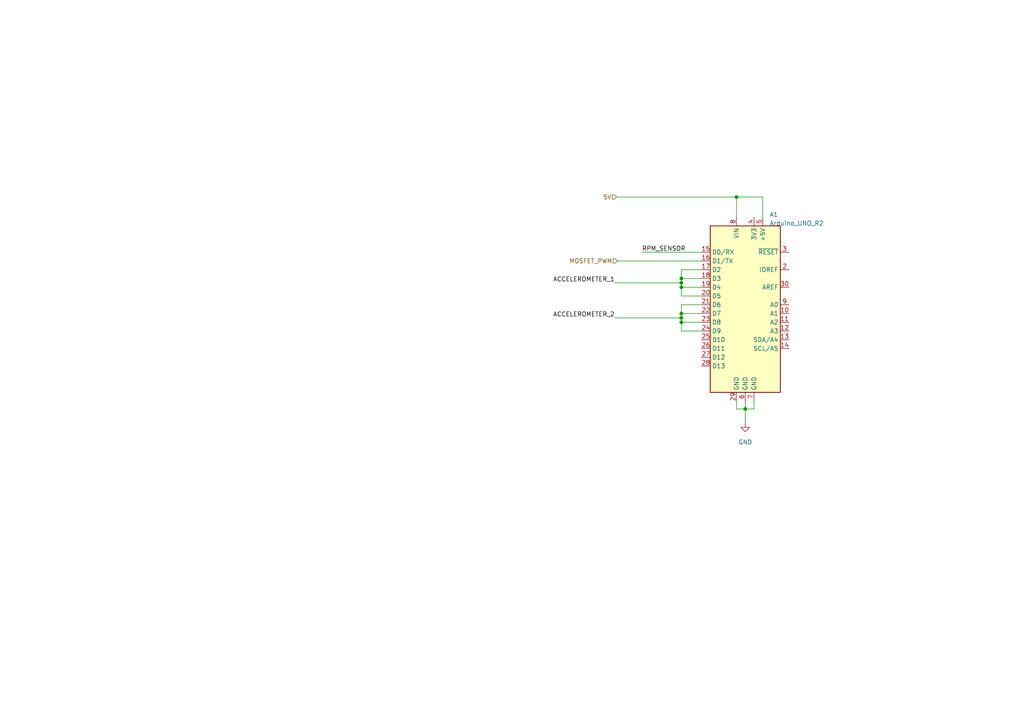
<source format=kicad_sch>
(kicad_sch (version 20230121) (generator eeschema)
  (paper "A4")
  (title_block (date "2024-05-26") (rev "1") (company "Wydział Samochodów i Maszyn Roboczych") (comment 1 "Mateusz Klisiewicz"))
  (lib_symbols
    (symbol "MCU_Module:Arduino_UNO_R2"
      (property "Reference" "A" (at -10.16 23.495 0))
      (property "Value" "Arduino_UNO_R2" (at 5.08 -26.67 0))
      (symbol "Arduino_UNO_R2_0_1"
        (rectangle (start -10.16 22.86) (end 10.16 -25.4) (stroke (width 0.254)) (fill (type background)))
      )
      (symbol "Arduino_UNO_R2_1_1"
        (pin no_connect line (at -10.16 -20.32 0) (length 2.54) hide (name "NC") (number "1"))
        (pin bidirectional line (at 12.7 -2.54 180) (length 2.54) (name "A1") (number "10"))
        (pin bidirectional line (at 12.7 -5.08 180) (length 2.54) (name "A2") (number "11"))
        (pin bidirectional line (at 12.7 -7.62 180) (length 2.54) (name "A3") (number "12"))
        (pin bidirectional line (at 12.7 -10.16 180) (length 2.54) (name "SDA/A4") (number "13"))
        (pin bidirectional line (at 12.7 -12.7 180) (length 2.54) (name "SCL/A5") (number "14"))
        (pin bidirectional line (at -12.7 15.24 0) (length 2.54) (name "D0/RX") (number "15"))
        (pin bidirectional line (at -12.7 12.7 0) (length 2.54) (name "D1/TX") (number "16"))
        (pin bidirectional line (at -12.7 10.16 0) (length 2.54) (name "D2") (number "17"))
        (pin bidirectional line (at -12.7 7.62 0) (length 2.54) (name "D3") (number "18"))
        (pin bidirectional line (at -12.7 5.08 0) (length 2.54) (name "D4") (number "19"))
        (pin output line (at 12.7 10.16 180) (length 2.54) (name "IOREF") (number "2"))
        (pin bidirectional line (at -12.7 2.54 0) (length 2.54) (name "D5") (number "20"))
        (pin bidirectional line (at -12.7 0 0) (length 2.54) (name "D6") (number "21"))
        (pin bidirectional line (at -12.7 -2.54 0) (length 2.54) (name "D7") (number "22"))
        (pin bidirectional line (at -12.7 -5.08 0) (length 2.54) (name "D8") (number "23"))
        (pin bidirectional line (at -12.7 -7.62 0) (length 2.54) (name "D9") (number "24"))
        (pin bidirectional line (at -12.7 -10.16 0) (length 2.54) (name "D10") (number "25"))
        (pin bidirectional line (at -12.7 -12.7 0) (length 2.54) (name "D11") (number "26"))
        (pin bidirectional line (at -12.7 -15.24 0) (length 2.54) (name "D12") (number "27"))
        (pin bidirectional line (at -12.7 -17.78 0) (length 2.54) (name "D13") (number "28"))
        (pin power_in line (at -2.54 -27.94 90) (length 2.54) (name "GND") (number "29"))
        (pin input line (at 12.7 15.24 180) (length 2.54) (name "~{RESET}") (number "3"))
        (pin input line (at 12.7 5.08 180) (length 2.54) (name "AREF") (number "30"))
        (pin power_out line (at 2.54 25.4 270) (length 2.54) (name "3V3") (number "4"))
        (pin power_out line (at 5.08 25.4 270) (length 2.54) (name "+5V") (number "5"))
        (pin power_in line (at 0 -27.94 90) (length 2.54) (name "GND") (number "6"))
        (pin power_in line (at 2.54 -27.94 90) (length 2.54) (name "GND") (number "7"))
        (pin power_in line (at -2.54 25.4 270) (length 2.54) (name "VIN") (number "8"))
        (pin bidirectional line (at 12.7 0 180) (length 2.54) (name "A0") (number "9"))
      )
    )
    (symbol "power:GND" (power) (pin_names (offset 0))
      (property "Value" "GND" (at 0 -3.81 0))
      (symbol "GND_0_1"
        (polyline (pts (xy 0 0) (xy 0 -1.27) (xy 1.27 -1.27) (xy 0 -2.54) (xy -1.27 -1.27) (xy 0 -1.27)))
      )
      (symbol "GND_1_1"
        (pin power_in line (at 0 0 270) (length 0) hide (name "GND") (number "1"))
      )
    )
  )
  (junction (at 197.612 80.772))
  (junction (at 197.612 83.312))
  (junction (at 197.612 93.472))
  (junction (at 197.612 90.932))
  (junction (at 197.612 92.202))
  (junction (at 197.612 82.042))
  (junction (at 216.154 118.618))
  (junction (at 213.614 57.15))
  (wire (pts (xy 197.612 96.012) (xy 203.454 96.012)))
  (wire (pts (xy 197.612 92.202) (xy 197.612 93.472)))
  (wire (pts (xy 178.308 92.202) (xy 197.612 92.202)))
  (wire (pts (xy 218.694 116.332) (xy 218.694 118.618)))
  (wire (pts (xy 197.612 78.232) (xy 197.612 80.772)))
  (wire (pts (xy 203.454 83.312) (xy 197.612 83.312)))
  (wire (pts (xy 179.07 75.692) (xy 203.454 75.692)))
  (wire (pts (xy 213.614 57.15) (xy 213.614 62.992)))
  (wire (pts (xy 218.694 118.618) (xy 216.154 118.618)))
  (wire (pts (xy 213.614 57.15) (xy 221.234 57.15)))
  (wire (pts (xy 197.612 82.042) (xy 197.612 83.312)))
  (wire (pts (xy 197.612 88.392) (xy 197.612 90.932)))
  (wire (pts (xy 197.612 80.772) (xy 197.612 82.042)))
  (wire (pts (xy 203.454 88.392) (xy 197.612 88.392)))
  (wire (pts (xy 197.612 93.472) (xy 197.612 96.012)))
  (wire (pts (xy 221.234 57.15) (xy 221.234 62.992)))
  (wire (pts (xy 197.612 83.312) (xy 197.612 85.852)))
  (wire (pts (xy 216.154 116.332) (xy 216.154 118.618)))
  (wire (pts (xy 203.454 93.472) (xy 197.612 93.472)))
  (wire (pts (xy 197.612 80.772) (xy 203.454 80.772)))
  (wire (pts (xy 213.614 118.618) (xy 216.154 118.618)))
  (wire (pts (xy 213.614 116.332) (xy 213.614 118.618)))
  (wire (pts (xy 197.612 90.932) (xy 197.612 92.202)))
  (wire (pts (xy 178.308 82.042) (xy 197.612 82.042)))
  (wire (pts (xy 203.454 78.232) (xy 197.612 78.232)))
  (wire (pts (xy 197.612 90.932) (xy 203.454 90.932)))
  (wire (pts (xy 178.816 57.15) (xy 213.614 57.15)))
  (wire (pts (xy 197.612 85.852) (xy 203.454 85.852)))
  (wire (pts (xy 216.154 118.618) (xy 216.154 122.682)))
  (wire (pts (xy 186.182 73.152) (xy 203.454 73.152)))
  (label "ACCELEROMETER_1" (at 178.308 82.042 180))
  (label "ACCELEROMETER_2" (at 178.308 92.202 180))
  (label "RPM_SENSOR" (at 186.182 73.152 0))
  (hierarchical_label "5V" (shape input) (at 178.816 57.15 180))
  (hierarchical_label "MOSFET_PWM" (shape input) (at 179.07 75.692 180))
  (symbol (lib_id "power:GND") (at 216.154 122.682 0) (unit 1)
    (property "Reference" "#PWR01" (effects hide))
    (property "Value" "GND" (at 216.154 128.27 0))
  )
  (symbol (lib_id "MCU_Module:Arduino_UNO_R2") (at 216.154 88.392 0) (unit 1)
    (property "Reference" "A1" (at 223.1899 62.23 0) (effects (justify left)))
    (property "Value" "Arduino_UNO_R2" (at 223.1899 64.77 0) (effects (justify left)))
    (property "Footprint" "Module:Arduino_UNO_R2" (effects hide))
    (property "Datasheet" "https://www.arduino.cc/en/Main/arduinoBoardUno" (effects hide))
  )
)
</source>
